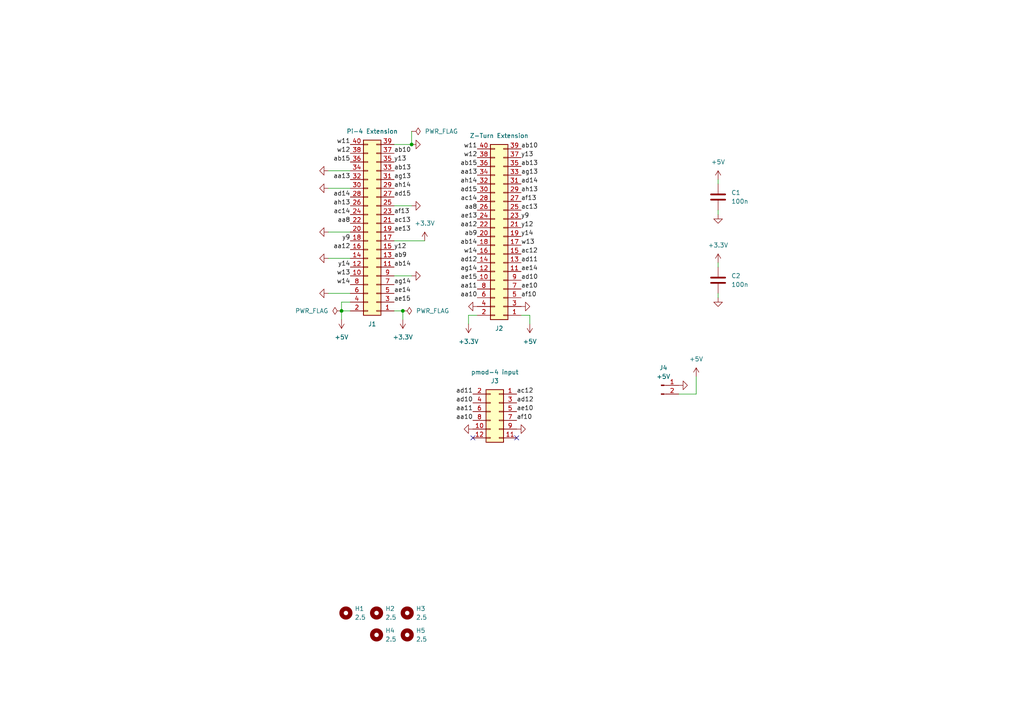
<source format=kicad_sch>
(kicad_sch (version 20230121) (generator eeschema)
  (paper "A4")
  (title_block (title "Kria Pi-4 Adaptor") (date "2024-08-14") (rev "1.0") (company "S59MZ"))
  (lib_symbols
    (symbol "Connector:Conn_01x02_Male" (pin_names (offset 1.016) hide)
      (property "Reference" "J" (at 0 2.54 0))
      (property "Value" "Conn_01x02_Male" (at 0 -5.08 0))
      (symbol "Conn_01x02_Male_1_1"
        (polyline (pts (xy 1.27 -2.54) (xy 0.8636 -2.54)) (stroke (width 0.1524)))
        (polyline (pts (xy 1.27 0) (xy 0.8636 0)) (stroke (width 0.1524)))
        (rectangle (start 0.8636 -2.413) (end 0 -2.667) (stroke (width 0.1524)) (fill (type outline)))
        (rectangle (start 0.8636 0.127) (end 0 -0.127) (stroke (width 0.1524)) (fill (type outline)))
        (pin passive line (at 5.08 0 180) (length 3.81) (name "Pin_1") (number "1"))
        (pin passive line (at 5.08 -2.54 180) (length 3.81) (name "Pin_2") (number "2"))
      )
    )
    (symbol "Connector_Generic:Conn_02x06_Odd_Even" (pin_names (offset 1.016) hide)
      (property "Reference" "J" (at 1.27 7.62 0))
      (property "Value" "Conn_02x06_Odd_Even" (at 1.27 -10.16 0))
      (symbol "Conn_02x06_Odd_Even_1_1"
        (rectangle (start -1.27 -7.493) (end 0 -7.747) (stroke (width 0.1524)))
        (rectangle (start -1.27 -4.953) (end 0 -5.207) (stroke (width 0.1524)))
        (rectangle (start -1.27 -2.413) (end 0 -2.667) (stroke (width 0.1524)))
        (rectangle (start -1.27 0.127) (end 0 -0.127) (stroke (width 0.1524)))
        (rectangle (start -1.27 2.667) (end 0 2.413) (stroke (width 0.1524)))
        (rectangle (start -1.27 5.207) (end 0 4.953) (stroke (width 0.1524)))
        (rectangle (start -1.27 6.35) (end 3.81 -8.89) (stroke (width 0.254)) (fill (type background)))
        (rectangle (start 3.81 -7.493) (end 2.54 -7.747) (stroke (width 0.1524)))
        (rectangle (start 3.81 -4.953) (end 2.54 -5.207) (stroke (width 0.1524)))
        (rectangle (start 3.81 -2.413) (end 2.54 -2.667) (stroke (width 0.1524)))
        (rectangle (start 3.81 0.127) (end 2.54 -0.127) (stroke (width 0.1524)))
        (rectangle (start 3.81 2.667) (end 2.54 2.413) (stroke (width 0.1524)))
        (rectangle (start 3.81 5.207) (end 2.54 4.953) (stroke (width 0.1524)))
        (pin passive line (at -5.08 5.08 0) (length 3.81) (name "Pin_1") (number "1"))
        (pin passive line (at 7.62 -5.08 180) (length 3.81) (name "Pin_10") (number "10"))
        (pin passive line (at -5.08 -7.62 0) (length 3.81) (name "Pin_11") (number "11"))
        (pin passive line (at 7.62 -7.62 180) (length 3.81) (name "Pin_12") (number "12"))
        (pin passive line (at 7.62 5.08 180) (length 3.81) (name "Pin_2") (number "2"))
        (pin passive line (at -5.08 2.54 0) (length 3.81) (name "Pin_3") (number "3"))
        (pin passive line (at 7.62 2.54 180) (length 3.81) (name "Pin_4") (number "4"))
        (pin passive line (at -5.08 0 0) (length 3.81) (name "Pin_5") (number "5"))
        (pin passive line (at 7.62 0 180) (length 3.81) (name "Pin_6") (number "6"))
        (pin passive line (at -5.08 -2.54 0) (length 3.81) (name "Pin_7") (number "7"))
        (pin passive line (at 7.62 -2.54 180) (length 3.81) (name "Pin_8") (number "8"))
        (pin passive line (at -5.08 -5.08 0) (length 3.81) (name "Pin_9") (number "9"))
      )
    )
    (symbol "Connector_Generic:Conn_02x20_Odd_Even" (pin_names (offset 1.016) hide)
      (property "Reference" "J" (at 1.27 25.4 0))
      (property "Value" "Conn_02x20_Odd_Even" (at 1.27 -27.94 0))
      (symbol "Conn_02x20_Odd_Even_1_1"
        (rectangle (start -1.27 -25.273) (end 0 -25.527) (stroke (width 0.1524)))
        (rectangle (start -1.27 -22.733) (end 0 -22.987) (stroke (width 0.1524)))
        (rectangle (start -1.27 -20.193) (end 0 -20.447) (stroke (width 0.1524)))
        (rectangle (start -1.27 -17.653) (end 0 -17.907) (stroke (width 0.1524)))
        (rectangle (start -1.27 -15.113) (end 0 -15.367) (stroke (width 0.1524)))
        (rectangle (start -1.27 -12.573) (end 0 -12.827) (stroke (width 0.1524)))
        (rectangle (start -1.27 -10.033) (end 0 -10.287) (stroke (width 0.1524)))
        (rectangle (start -1.27 -7.493) (end 0 -7.747) (stroke (width 0.1524)))
        (rectangle (start -1.27 -4.953) (end 0 -5.207) (stroke (width 0.1524)))
        (rectangle (start -1.27 -2.413) (end 0 -2.667) (stroke (width 0.1524)))
        (rectangle (start -1.27 0.127) (end 0 -0.127) (stroke (width 0.1524)))
        (rectangle (start -1.27 2.667) (end 0 2.413) (stroke (width 0.1524)))
        (rectangle (start -1.27 5.207) (end 0 4.953) (stroke (width 0.1524)))
        (rectangle (start -1.27 7.747) (end 0 7.493) (stroke (width 0.1524)))
        (rectangle (start -1.27 10.287) (end 0 10.033) (stroke (width 0.1524)))
        (rectangle (start -1.27 12.827) (end 0 12.573) (stroke (width 0.1524)))
        (rectangle (start -1.27 15.367) (end 0 15.113) (stroke (width 0.1524)))
        (rectangle (start -1.27 17.907) (end 0 17.653) (stroke (width 0.1524)))
        (rectangle (start -1.27 20.447) (end 0 20.193) (stroke (width 0.1524)))
        (rectangle (start -1.27 22.987) (end 0 22.733) (stroke (width 0.1524)))
        (rectangle (start -1.27 24.13) (end 3.81 -26.67) (stroke (width 0.254)) (fill (type background)))
        (rectangle (start 3.81 -25.273) (end 2.54 -25.527) (stroke (width 0.1524)))
        (rectangle (start 3.81 -22.733) (end 2.54 -22.987) (stroke (width 0.1524)))
        (rectangle (start 3.81 -20.193) (end 2.54 -20.447) (stroke (width 0.1524)))
        (rectangle (start 3.81 -17.653) (end 2.54 -17.907) (stroke (width 0.1524)))
        (rectangle (start 3.81 -15.113) (end 2.54 -15.367) (stroke (width 0.1524)))
        (rectangle (start 3.81 -12.573) (end 2.54 -12.827) (stroke (width 0.1524)))
        (rectangle (start 3.81 -10.033) (end 2.54 -10.287) (stroke (width 0.1524)))
        (rectangle (start 3.81 -7.493) (end 2.54 -7.747) (stroke (width 0.1524)))
        (rectangle (start 3.81 -4.953) (end 2.54 -5.207) (stroke (width 0.1524)))
        (rectangle (start 3.81 -2.413) (end 2.54 -2.667) (stroke (width 0.1524)))
        (rectangle (start 3.81 0.127) (end 2.54 -0.127) (stroke (width 0.1524)))
        (rectangle (start 3.81 2.667) (end 2.54 2.413) (stroke (width 0.1524)))
        (rectangle (start 3.81 5.207) (end 2.54 4.953) (stroke (width 0.1524)))
        (rectangle (start 3.81 7.747) (end 2.54 7.493) (stroke (width 0.1524)))
        (rectangle (start 3.81 10.287) (end 2.54 10.033) (stroke (width 0.1524)))
        (rectangle (start 3.81 12.827) (end 2.54 12.573) (stroke (width 0.1524)))
        (rectangle (start 3.81 15.367) (end 2.54 15.113) (stroke (width 0.1524)))
        (rectangle (start 3.81 17.907) (end 2.54 17.653) (stroke (width 0.1524)))
        (rectangle (start 3.81 20.447) (end 2.54 20.193) (stroke (width 0.1524)))
        (rectangle (start 3.81 22.987) (end 2.54 22.733) (stroke (width 0.1524)))
        (pin passive line (at -5.08 22.86 0) (length 3.81) (name "Pin_1") (number "1"))
        (pin passive line (at 7.62 12.7 180) (length 3.81) (name "Pin_10") (number "10"))
        (pin passive line (at -5.08 10.16 0) (length 3.81) (name "Pin_11") (number "11"))
        (pin passive line (at 7.62 10.16 180) (length 3.81) (name "Pin_12") (number "12"))
        (pin passive line (at -5.08 7.62 0) (length 3.81) (name "Pin_13") (number "13"))
        (pin passive line (at 7.62 7.62 180) (length 3.81) (name "Pin_14") (number "14"))
        (pin passive line (at -5.08 5.08 0) (length 3.81) (name "Pin_15") (number "15"))
        (pin passive line (at 7.62 5.08 180) (length 3.81) (name "Pin_16") (number "16"))
        (pin passive line (at -5.08 2.54 0) (length 3.81) (name "Pin_17") (number "17"))
        (pin passive line (at 7.62 2.54 180) (length 3.81) (name "Pin_18") (number "18"))
        (pin passive line (at -5.08 0 0) (length 3.81) (name "Pin_19") (number "19"))
        (pin passive line (at 7.62 22.86 180) (length 3.81) (name "Pin_2") (number "2"))
        (pin passive line (at 7.62 0 180) (length 3.81) (name "Pin_20") (number "20"))
        (pin passive line (at -5.08 -2.54 0) (length 3.81) (name "Pin_21") (number "21"))
        (pin passive line (at 7.62 -2.54 180) (length 3.81) (name "Pin_22") (number "22"))
        (pin passive line (at -5.08 -5.08 0) (length 3.81) (name "Pin_23") (number "23"))
        (pin passive line (at 7.62 -5.08 180) (length 3.81) (name "Pin_24") (number "24"))
        (pin passive line (at -5.08 -7.62 0) (length 3.81) (name "Pin_25") (number "25"))
        (pin passive line (at 7.62 -7.62 180) (length 3.81) (name "Pin_26") (number "26"))
        (pin passive line (at -5.08 -10.16 0) (length 3.81) (name "Pin_27") (number "27"))
        (pin passive line (at 7.62 -10.16 180) (length 3.81) (name "Pin_28") (number "28"))
        (pin passive line (at -5.08 -12.7 0) (length 3.81) (name "Pin_29") (number "29"))
        (pin passive line (at -5.08 20.32 0) (length 3.81) (name "Pin_3") (number "3"))
        (pin passive line (at 7.62 -12.7 180) (length 3.81) (name "Pin_30") (number "30"))
        (pin passive line (at -5.08 -15.24 0) (length 3.81) (name "Pin_31") (number "31"))
        (pin passive line (at 7.62 -15.24 180) (length 3.81) (name "Pin_32") (number "32"))
        (pin passive line (at -5.08 -17.78 0) (length 3.81) (name "Pin_33") (number "33"))
        (pin passive line (at 7.62 -17.78 180) (length 3.81) (name "Pin_34") (number "34"))
        (pin passive line (at -5.08 -20.32 0) (length 3.81) (name "Pin_35") (number "35"))
        (pin passive line (at 7.62 -20.32 180) (length 3.81) (name "Pin_36") (number "36"))
        (pin passive line (at -5.08 -22.86 0) (length 3.81) (name "Pin_37") (number "37"))
        (pin passive line (at 7.62 -22.86 180) (length 3.81) (name "Pin_38") (number "38"))
        (pin passive line (at -5.08 -25.4 0) (length 3.81) (name "Pin_39") (number "39"))
        (pin passive line (at 7.62 20.32 180) (length 3.81) (name "Pin_4") (number "4"))
        (pin passive line (at 7.62 -25.4 180) (length 3.81) (name "Pin_40") (number "40"))
        (pin passive line (at -5.08 17.78 0) (length 3.81) (name "Pin_5") (number "5"))
        (pin passive line (at 7.62 17.78 180) (length 3.81) (name "Pin_6") (number "6"))
        (pin passive line (at -5.08 15.24 0) (length 3.81) (name "Pin_7") (number "7"))
        (pin passive line (at 7.62 15.24 180) (length 3.81) (name "Pin_8") (number "8"))
        (pin passive line (at -5.08 12.7 0) (length 3.81) (name "Pin_9") (number "9"))
      )
    )
    (symbol "Device:C" (pin_numbers hide) (pin_names (offset 0.254))
      (property "Reference" "C" (at 0.635 2.54 0))
      (property "Value" "C" (at 0.635 -2.54 0))
      (symbol "C_0_1"
        (polyline (pts (xy -2.032 -0.762) (xy 2.032 -0.762)) (stroke (width 0.508)))
        (polyline (pts (xy -2.032 0.762) (xy 2.032 0.762)) (stroke (width 0.508)))
      )
      (symbol "C_1_1"
        (pin passive line (at 0 3.81 270) (length 2.794) (name "~") (number "1"))
        (pin passive line (at 0 -3.81 90) (length 2.794) (name "~") (number "2"))
      )
    )
    (symbol "Mechanical:MountingHole" (pin_names (offset 1.016))
      (property "Reference" "H" (at 0 5.08 0))
      (property "Value" "MountingHole" (at 0 3.175 0))
      (symbol "MountingHole_0_1"
        (circle (center 0 0) (radius 1.27) (stroke (width 1.27)))
      )
    )
    (symbol "power:+3.3V" (power) (pin_names (offset 0))
      (property "Value" "+3.3V" (at 0 3.556 0))
      (symbol "+3.3V_0_1"
        (polyline (pts (xy -0.762 1.27) (xy 0 2.54)))
        (polyline (pts (xy 0 0) (xy 0 2.54)))
        (polyline (pts (xy 0 2.54) (xy 0.762 1.27)))
      )
      (symbol "+3.3V_1_1"
        (pin power_in line (at 0 0 90) (length 0) hide (name "+3.3V") (number "1"))
      )
    )
    (symbol "power:+5V" (power) (pin_names (offset 0))
      (property "Value" "+5V" (at 0 3.556 0))
      (symbol "+5V_0_1"
        (polyline (pts (xy -0.762 1.27) (xy 0 2.54)))
        (polyline (pts (xy 0 0) (xy 0 2.54)))
        (polyline (pts (xy 0 2.54) (xy 0.762 1.27)))
      )
      (symbol "+5V_1_1"
        (pin power_in line (at 0 0 90) (length 0) hide (name "+5V") (number "1"))
      )
    )
    (symbol "power:GND" (power) (pin_names (offset 0))
      (property "Value" "GND" (at 0 -3.81 0))
      (symbol "GND_0_1"
        (polyline (pts (xy 0 0) (xy 0 -1.27) (xy 1.27 -1.27) (xy 0 -2.54) (xy -1.27 -1.27) (xy 0 -1.27)))
      )
      (symbol "GND_1_1"
        (pin power_in line (at 0 0 270) (length 0) hide (name "GND") (number "1"))
      )
    )
    (symbol "power:PWR_FLAG" (power) (pin_numbers hide) (pin_names (offset 0) hide)
      (property "Value" "PWR_FLAG" (at 0 3.81 0))
      (symbol "PWR_FLAG_0_0"
        (pin power_out line (at 0 0 90) (length 0) (name "pwr") (number "1"))
      )
      (symbol "PWR_FLAG_0_1"
        (polyline (pts (xy 0 0) (xy 0 1.27) (xy -1.016 1.905) (xy 0 2.54) (xy 1.016 1.905) (xy 0 1.27)))
      )
    )
  )
  (junction (at 116.84 90.17))
  (junction (at 99.06 90.17))
  (junction (at 119.38 41.91))
  (no_connect (at 137.16 127))
  (no_connect (at 149.86 127))
  (wire (pts (xy 208.28 76.2) (xy 208.28 77.47)))
  (wire (pts (xy 119.38 80.01) (xy 114.3 80.01)))
  (wire (pts (xy 208.28 86.36) (xy 208.28 85.09)))
  (wire (pts (xy 114.3 59.69) (xy 119.38 59.69)))
  (wire (pts (xy 99.06 90.17) (xy 99.06 92.71)))
  (wire (pts (xy 201.93 114.3) (xy 201.93 109.22)))
  (wire (pts (xy 95.25 67.31) (xy 101.6 67.31)))
  (wire (pts (xy 116.84 92.71) (xy 116.84 90.17)))
  (wire (pts (xy 208.28 62.23) (xy 208.28 60.96)))
  (wire (pts (xy 101.6 87.63) (xy 99.06 87.63)))
  (wire (pts (xy 101.6 90.17) (xy 99.06 90.17)))
  (wire (pts (xy 99.06 87.63) (xy 99.06 90.17)))
  (wire (pts (xy 119.38 38.1) (xy 119.38 41.91)))
  (wire (pts (xy 114.3 41.91) (xy 119.38 41.91)))
  (wire (pts (xy 95.25 54.61) (xy 101.6 54.61)))
  (wire (pts (xy 116.84 90.17) (xy 114.3 90.17)))
  (wire (pts (xy 153.67 93.98) (xy 153.67 91.44)))
  (wire (pts (xy 95.25 74.93) (xy 101.6 74.93)))
  (wire (pts (xy 153.67 91.44) (xy 151.13 91.44)))
  (wire (pts (xy 135.89 91.44) (xy 135.89 93.98)))
  (wire (pts (xy 196.85 114.3) (xy 201.93 114.3)))
  (wire (pts (xy 95.25 49.53) (xy 101.6 49.53)))
  (wire (pts (xy 114.3 69.85) (xy 123.19 69.85)))
  (wire (pts (xy 138.43 91.44) (xy 135.89 91.44)))
  (wire (pts (xy 208.28 52.07) (xy 208.28 53.34)))
  (wire (pts (xy 95.25 85.09) (xy 101.6 85.09)))
  (label "y14" (at 101.6 77.47 180))
  (label "ae15" (at 138.43 81.28 180))
  (label "ag13" (at 151.13 50.8 0))
  (label "ad15" (at 114.3 57.15 0))
  (label "w11" (at 138.43 43.18 180))
  (label "y14" (at 151.13 68.58 0))
  (label "aa8" (at 138.43 60.96 180))
  (label "ae14" (at 114.3 85.09 0))
  (label "ad14" (at 101.6 57.15 180))
  (label "aa12" (at 138.43 66.04 180))
  (label "y9" (at 101.6 69.85 180))
  (label "ab14" (at 114.3 77.47 0))
  (label "ac14" (at 138.43 58.42 180))
  (label "w12" (at 138.43 45.72 180))
  (label "aa13" (at 138.43 50.8 180))
  (label "ae10" (at 151.13 83.82 0))
  (label "aa12" (at 101.6 72.39 180))
  (label "aa13" (at 101.6 52.07 180))
  (label "af13" (at 151.13 58.42 0))
  (label "ag14" (at 138.43 78.74 180))
  (label "aa8" (at 101.6 64.77 180))
  (label "aa10" (at 137.16 121.92 180))
  (label "y13" (at 151.13 45.72 0))
  (label "ad12" (at 149.86 116.84 0))
  (label "ac13" (at 151.13 60.96 0))
  (label "ae15" (at 114.3 87.63 0))
  (label "ah13" (at 151.13 55.88 0))
  (label "ae13" (at 114.3 67.31 0))
  (label "ad10" (at 151.13 81.28 0))
  (label "ab14" (at 138.43 71.12 180))
  (label "ad15" (at 138.43 55.88 180))
  (label "ag13" (at 114.3 52.07 0))
  (label "w13" (at 101.6 80.01 180))
  (label "af10" (at 151.13 86.36 0))
  (label "ab15" (at 138.43 48.26 180))
  (label "ae14" (at 151.13 78.74 0))
  (label "ae10" (at 149.86 119.38 0))
  (label "ab10" (at 114.3 44.45 0))
  (label "ad11" (at 137.16 114.3 180))
  (label "ab10" (at 151.13 43.18 0))
  (label "w14" (at 101.6 82.55 180))
  (label "ae13" (at 138.43 63.5 180))
  (label "ah13" (at 101.6 59.69 180))
  (label "ab9" (at 138.43 68.58 180))
  (label "w14" (at 138.43 73.66 180))
  (label "ad12" (at 138.43 76.2 180))
  (label "ac12" (at 149.86 114.3 0))
  (label "ac13" (at 114.3 64.77 0))
  (label "af13" (at 114.3 62.23 0))
  (label "w12" (at 101.6 44.45 180))
  (label "ad11" (at 151.13 76.2 0))
  (label "ag14" (at 114.3 82.55 0))
  (label "aa10" (at 138.43 86.36 180))
  (label "ab13" (at 151.13 48.26 0))
  (label "y13" (at 114.3 46.99 0))
  (label "aa11" (at 137.16 119.38 180))
  (label "ac14" (at 101.6 62.23 180))
  (label "ac12" (at 151.13 73.66 0))
  (label "ab9" (at 114.3 74.93 0))
  (label "ah14" (at 138.43 53.34 180))
  (label "aa11" (at 138.43 83.82 180))
  (label "y9" (at 151.13 63.5 0))
  (label "ab13" (at 114.3 49.53 0))
  (label "af10" (at 149.86 121.92 0))
  (label "y12" (at 151.13 66.04 0))
  (label "ab15" (at 101.6 46.99 180))
  (label "y12" (at 114.3 72.39 0))
  (label "w13" (at 151.13 71.12 0))
  (label "w11" (at 101.6 41.91 180))
  (label "ah14" (at 114.3 54.61 0))
  (label "ad14" (at 151.13 53.34 0))
  (label "ad10" (at 137.16 116.84 180))
  (symbol (lib_id "Mechanical:MountingHole") (at 118.11 184.15 0) (unit 1)
    (property "Reference" "H5" (at 120.65 182.8799 0) (effects (justify left)))
    (property "Value" "2.5" (at 120.65 185.4199 0) (effects (justify left)))
    (property "Footprint" "MountingHole:MountingHole_2.5mm" (effects hide))
  )
  (symbol (lib_id "power:GND") (at 208.28 86.36 0) (unit 1)
    (property "Reference" "#PWR015" (effects hide))
    (property "Value" "GND" (effects hide))
  )
  (symbol (lib_id "power:GND") (at 196.85 111.76 90) (unit 1)
    (property "Reference" "#PWR023" (effects hide))
    (property "Value" "GND" (effects hide))
  )
  (symbol (lib_id "Mechanical:MountingHole") (at 109.22 184.15 0) (unit 1)
    (property "Reference" "H4" (at 111.76 182.8799 0) (effects (justify left)))
    (property "Value" "2.5" (at 111.76 185.4199 0) (effects (justify left)))
    (property "Footprint" "MountingHole:MountingHole_2.5mm" (effects hide))
  )
  (symbol (lib_id "power:GND") (at 137.16 124.46 270) (unit 1)
    (property "Reference" "#PWR02" (effects hide))
    (property "Value" "GND" (effects hide))
  )
  (symbol (lib_id "power:+5V") (at 208.28 52.07 0) (unit 1)
    (property "Reference" "#PWR05" (effects hide))
    (property "Value" "+5V" (at 208.28 46.99 0))
  )
  (symbol (lib_id "power:GND") (at 138.43 88.9 270) (unit 1)
    (property "Reference" "#PWR016" (effects hide))
    (property "Value" "GND" (effects hide))
  )
  (symbol (lib_id "Connector_Generic:Conn_02x06_Odd_Even") (at 144.78 119.38 0) (mirror y) (unit 1)
    (property "Reference" "J3" (at 143.51 110.49 0))
    (property "Value" "pmod-4 input" (at 143.51 107.95 0))
    (property "Footprint" "Connector_IDC:IDC-Header_2x06_P2.54mm_Vertical" (effects hide))
  )
  (symbol (lib_id "power:GND") (at 149.86 124.46 90) (mirror x) (unit 1)
    (property "Reference" "#PWR01" (effects hide))
    (property "Value" "GND" (effects hide))
  )
  (symbol (lib_id "power:PWR_FLAG") (at 99.06 90.17 90) (unit 1)
    (property "Reference" "#FLG01" (effects hide))
    (property "Value" "PWR_FLAG" (at 95.25 90.17 90) (effects (justify left)))
  )
  (symbol (lib_id "power:+3.3V") (at 135.89 93.98 180) (unit 1)
    (property "Reference" "#PWR020" (effects hide))
    (property "Value" "+3.3V" (at 135.89 99.06 0))
  )
  (symbol (lib_id "power:GND") (at 119.38 59.69 90) (mirror x) (unit 1)
    (property "Reference" "#PWR07" (effects hide))
    (property "Value" "GND" (effects hide))
  )
  (symbol (lib_id "Mechanical:MountingHole") (at 109.22 177.8 0) (unit 1)
    (property "Reference" "H2" (at 111.76 176.5299 0) (effects (justify left)))
    (property "Value" "2.5" (at 111.76 179.0699 0) (effects (justify left)))
    (property "Footprint" "MountingHole:MountingHole_2.5mm" (effects hide))
  )
  (symbol (lib_id "power:+5V") (at 153.67 93.98 180) (unit 1)
    (property "Reference" "#PWR021" (effects hide))
    (property "Value" "+5V" (at 153.67 99.06 0))
  )
  (symbol (lib_id "Connector:Conn_01x02_Male") (at 191.77 111.76 0) (unit 1)
    (property "Reference" "J4" (at 192.405 106.68 0))
    (property "Value" "+5V" (at 192.405 109.22 0))
    (property "Footprint" "Connector_PinHeader_2.54mm:PinHeader_1x02_P2.54mm_Vertical" (effects hide))
  )
  (symbol (lib_id "power:GND") (at 95.25 54.61 270) (unit 1)
    (property "Reference" "#PWR06" (effects hide))
    (property "Value" "GND" (effects hide))
  )
  (symbol (lib_id "power:GND") (at 208.28 62.23 0) (unit 1)
    (property "Reference" "#PWR08" (effects hide))
    (property "Value" "GND" (effects hide))
  )
  (symbol (lib_id "power:GND") (at 119.38 41.91 90) (mirror x) (unit 1)
    (property "Reference" "#PWR03" (effects hide))
    (property "Value" "GND" (effects hide))
  )
  (symbol (lib_id "power:GND") (at 119.38 80.01 90) (mirror x) (unit 1)
    (property "Reference" "#PWR013" (effects hide))
    (property "Value" "GND" (effects hide))
  )
  (symbol (lib_id "power:GND") (at 95.25 49.53 270) (unit 1)
    (property "Reference" "#PWR04" (effects hide))
    (property "Value" "GND" (effects hide))
  )
  (symbol (lib_id "Mechanical:MountingHole") (at 100.33 177.8 0) (unit 1)
    (property "Reference" "H1" (at 102.87 176.5299 0) (effects (justify left)))
    (property "Value" "2.5" (at 102.87 179.0699 0) (effects (justify left)))
    (property "Footprint" "MountingHole:MountingHole_2.5mm" (effects hide))
  )
  (symbol (lib_id "power:PWR_FLAG") (at 116.84 90.17 270) (mirror x) (unit 1)
    (property "Reference" "#FLG02" (effects hide))
    (property "Value" "PWR_FLAG" (at 120.65 90.17 90) (effects (justify left)))
  )
  (symbol (lib_id "Device:C") (at 208.28 81.28 0) (unit 1)
    (property "Reference" "C2" (at 212.09 80.0099 0) (effects (justify left)))
    (property "Value" "100n" (at 212.09 82.5499 0) (effects (justify left)))
    (property "Footprint" "Capacitor_SMD:C_0603_1608Metric_Pad1.08x0.95mm_HandSolder" (effects hide))
  )
  (symbol (lib_id "power:+3.3V") (at 208.28 76.2 0) (unit 1)
    (property "Reference" "#PWR012" (effects hide))
    (property "Value" "+3.3V" (at 208.28 71.12 0))
  )
  (symbol (lib_id "Device:C") (at 208.28 57.15 0) (unit 1)
    (property "Reference" "C1" (at 212.09 55.8799 0) (effects (justify left)))
    (property "Value" "100n" (at 212.09 58.4199 0) (effects (justify left)))
    (property "Footprint" "Capacitor_SMD:C_0603_1608Metric_Pad1.08x0.95mm_HandSolder" (effects hide))
  )
  (symbol (lib_id "power:+3.3V") (at 116.84 92.71 180) (unit 1)
    (property "Reference" "#PWR019" (effects hide))
    (property "Value" "+3.3V" (at 116.84 97.79 0))
  )
  (symbol (lib_id "power:PWR_FLAG") (at 119.38 38.1 270) (mirror x) (unit 1)
    (property "Reference" "#FLG03" (effects hide))
    (property "Value" "PWR_FLAG" (at 123.19 38.1 90) (effects (justify left)))
  )
  (symbol (lib_id "power:+3.3V") (at 123.19 69.85 0) (mirror y) (unit 1)
    (property "Reference" "#PWR010" (effects hide))
    (property "Value" "+3.3V" (at 123.19 64.77 0))
  )
  (symbol (lib_id "power:GND") (at 151.13 88.9 90) (mirror x) (unit 1)
    (property "Reference" "#PWR017" (effects hide))
    (property "Value" "GND" (effects hide))
  )
  (symbol (lib_id "power:GND") (at 95.25 67.31 270) (unit 1)
    (property "Reference" "#PWR09" (effects hide))
    (property "Value" "GND" (effects hide))
  )
  (symbol (lib_id "Connector_Generic:Conn_02x20_Odd_Even") (at 146.05 68.58 180) (unit 1)
    (property "Reference" "J2" (at 144.78 95.25 0))
    (property "Value" "Z-Turn Extension" (at 144.78 39.37 0))
    (property "Footprint" "Connector_PinHeader_2.54mm:PinHeader_2x20_P2.54mm_Vertical" (effects hide))
  )
  (symbol (lib_id "power:GND") (at 95.25 85.09 270) (unit 1)
    (property "Reference" "#PWR014" (effects hide))
    (property "Value" "GND" (effects hide))
  )
  (symbol (lib_id "power:+5V") (at 99.06 92.71 180) (unit 1)
    (property "Reference" "#PWR018" (effects hide))
    (property "Value" "+5V" (at 99.06 97.79 0))
  )
  (symbol (lib_id "power:+5V") (at 201.93 109.22 0) (unit 1)
    (property "Reference" "#PWR022" (effects hide))
    (property "Value" "+5V" (at 201.93 104.14 0))
  )
  (symbol (lib_id "power:GND") (at 95.25 74.93 270) (unit 1)
    (property "Reference" "#PWR011" (effects hide))
    (property "Value" "GND" (effects hide))
  )
  (symbol (lib_id "Mechanical:MountingHole") (at 118.11 177.8 0) (unit 1)
    (property "Reference" "H3" (at 120.65 176.5299 0) (effects (justify left)))
    (property "Value" "2.5" (at 120.65 179.0699 0) (effects (justify left)))
    (property "Footprint" "MountingHole:MountingHole_2.5mm" (effects hide))
  )
  (symbol (lib_id "Connector_Generic:Conn_02x20_Odd_Even") (at 109.22 67.31 180) (unit 1)
    (property "Reference" "J1" (at 107.95 93.98 0))
    (property "Value" "Pi-4 Extension" (at 107.95 38.1 0))
    (property "Footprint" "Connector_PinSocket_2.54mm:PinSocket_2x20_P2.54mm_Vertical" (effects hide))
  )
)
</source>
